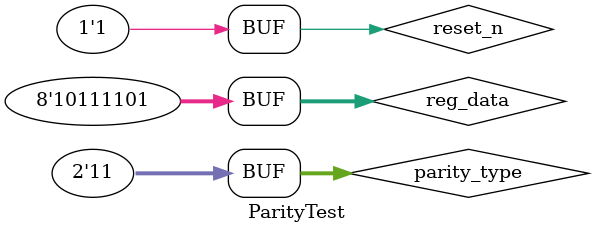
<source format=v>


`timescale 1ns/1ps
module ParityTest;

//  Regs to drive the inputs
reg       reset_n;
reg [7:0] reg_data;
reg [1:0] parity_type;

//  wire to show the output
wire      parity_bit;

//  Instatniation of the design module
Parity ForTest(
    .reg_data(reg_data),
    .reset_n(reset_n),
    .parity_type(parity_type),

    .parity_bit(parity_bit)
);

//  dump
initial
begin
    $dumpfile("ParityTest.vcd");
    $dumpvars;
end

//  Monitoring the outputs and the inputs
initial begin
    $monitor($time, "   The Outputs:  Parity Bit = %b  The Inputs:   Parity Type = %b  Reset = %b  Data In = %b",
    parity_bit, parity_type[1:0], reset_n, reg_data);
end

//  Resetting the system
initial
begin
    reset_n = 1'b0;
    #10 reset_n = 1'b1;
end

//  Test
initial
begin
        reg_data = 8'b00010111;
    #10 reg_data = 8'b00001111;
    #10 reg_data = 8'b10101111;
    #10 reg_data = 8'b10101001;
    #10 reg_data = 8'b10101001;
    #10 reg_data = 8'b10111101;
end

//  Parity Types
initial
begin
        parity_type = 2'b00;
    #10 parity_type = 2'b00;
    #10 parity_type = 2'b01;
    #10 parity_type = 2'b10;
    #10 parity_type = 2'b11;
end

endmodule

</source>
